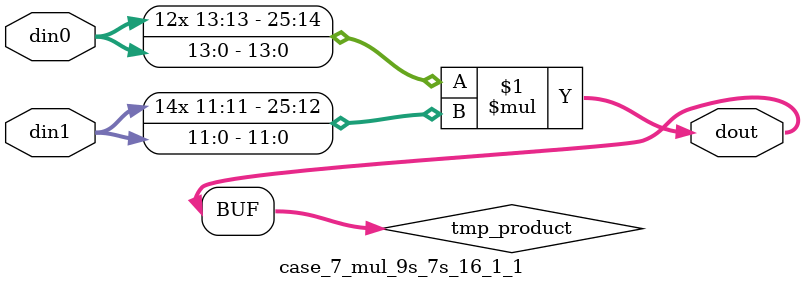
<source format=v>

`timescale 1 ns / 1 ps

 (* use_dsp = "no" *)  module case_7_mul_9s_7s_16_1_1(din0, din1, dout);
parameter ID = 1;
parameter NUM_STAGE = 0;
parameter din0_WIDTH = 14;
parameter din1_WIDTH = 12;
parameter dout_WIDTH = 26;

input [din0_WIDTH - 1 : 0] din0; 
input [din1_WIDTH - 1 : 0] din1; 
output [dout_WIDTH - 1 : 0] dout;

wire signed [dout_WIDTH - 1 : 0] tmp_product;



























assign tmp_product = $signed(din0) * $signed(din1);








assign dout = tmp_product;





















endmodule

</source>
